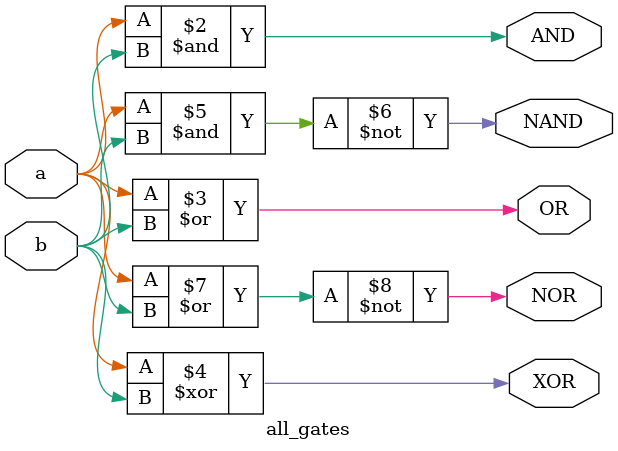
<source format=sv>
`timescale 1ns / 1ps

module all_gates(input a, b, 
                 output reg AND, OR, XOR, NAND,NOR);

  always @(*)
    begin
      AND = a & b;    // AND
      OR = a | b;    // OR
      XOR = a ^ b;    // XOR
      NAND = ~(a & b); // NAND
      NOR = ~(a | b); // NOR
    end

endmodule

</source>
